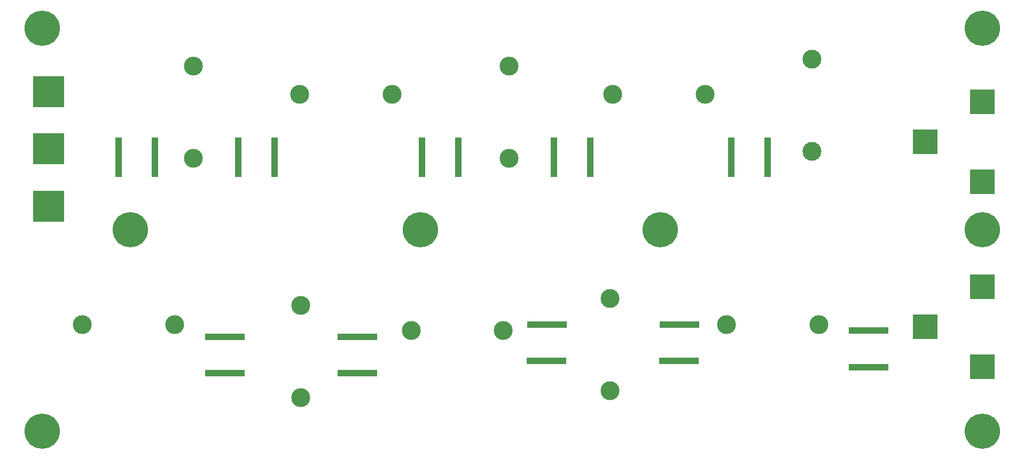
<source format=gbr>
%TF.GenerationSoftware,KiCad,Pcbnew,8.0.5-8.0.5-0~ubuntu24.04.1*%
%TF.CreationDate,2024-10-12T14:50:42+02:00*%
%TF.ProjectId,diplexer,6469706c-6578-4657-922e-6b696361645f,rev?*%
%TF.SameCoordinates,Original*%
%TF.FileFunction,Soldermask,Top*%
%TF.FilePolarity,Negative*%
%FSLAX46Y46*%
G04 Gerber Fmt 4.6, Leading zero omitted, Abs format (unit mm)*
G04 Created by KiCad (PCBNEW 8.0.5-8.0.5-0~ubuntu24.04.1) date 2024-10-12 14:50:42*
%MOMM*%
%LPD*%
G01*
G04 APERTURE LIST*
%ADD10C,3.000000*%
%ADD11R,6.375000X0.980000*%
%ADD12R,0.980000X6.375000*%
%ADD13C,5.600000*%
%ADD14R,4.000000X4.000000*%
%ADD15R,5.000000X5.000000*%
G04 APERTURE END LIST*
D10*
%TO.C,L10*%
X42400000Y-80000000D03*
X57000000Y-80000000D03*
%TD*%
D11*
%TO.C,C6*%
X64987500Y-87780000D03*
X65012500Y-82000000D03*
%TD*%
D12*
%TO.C,C4*%
X117110000Y-53427500D03*
X122890000Y-53452500D03*
%TD*%
D13*
%TO.C,J5*%
X36000000Y-33000000D03*
%TD*%
D10*
%TO.C,L2*%
X76840000Y-43440000D03*
X91440000Y-43440000D03*
%TD*%
D14*
%TO.C,J3*%
X176000000Y-80350000D03*
X185000000Y-74000000D03*
X185000000Y-86700000D03*
%TD*%
D10*
%TO.C,L4*%
X126487500Y-43440000D03*
X141087500Y-43440000D03*
%TD*%
D14*
%TO.C,J2*%
X176000000Y-51000000D03*
X185000000Y-44650000D03*
X185000000Y-57350000D03*
%TD*%
D10*
%TO.C,L6*%
X144487500Y-80000000D03*
X159087500Y-80000000D03*
%TD*%
D13*
%TO.C,J7*%
X185000000Y-33000000D03*
%TD*%
D10*
%TO.C,L7*%
X126000000Y-90512500D03*
X126000000Y-75912500D03*
%TD*%
D12*
%TO.C,C1*%
X48110000Y-53427500D03*
X53890000Y-53452500D03*
%TD*%
D11*
%TO.C,C7*%
X85975000Y-87780000D03*
X86000000Y-82000000D03*
%TD*%
D10*
%TO.C,L9*%
X77000000Y-91600000D03*
X77000000Y-77000000D03*
%TD*%
D13*
%TO.C,J11*%
X185000000Y-65000000D03*
%TD*%
%TO.C,J10*%
X134000000Y-65000000D03*
%TD*%
%TO.C,J8*%
X50000000Y-65000000D03*
%TD*%
D10*
%TO.C,L8*%
X94487500Y-81000000D03*
X109087500Y-81000000D03*
%TD*%
%TO.C,L1*%
X60000000Y-53600000D03*
X60000000Y-39000000D03*
%TD*%
D15*
%TO.C,J1*%
X37000000Y-52110000D03*
X37000000Y-43000000D03*
X37000000Y-61210000D03*
%TD*%
D12*
%TO.C,C5*%
X145220000Y-53427500D03*
X151000000Y-53452500D03*
%TD*%
D11*
%TO.C,C10*%
X166975000Y-86780000D03*
X167000000Y-81000000D03*
%TD*%
D13*
%TO.C,J6*%
X185000000Y-97000000D03*
%TD*%
D12*
%TO.C,C2*%
X67110000Y-53427500D03*
X72890000Y-53452500D03*
%TD*%
D11*
%TO.C,C8*%
X115987500Y-85780000D03*
X116012500Y-80000000D03*
%TD*%
%TO.C,C9*%
X136975000Y-85780000D03*
X137000000Y-80000000D03*
%TD*%
D10*
%TO.C,L5*%
X158000000Y-52512500D03*
X158000000Y-37912500D03*
%TD*%
%TO.C,L3*%
X110000000Y-53600000D03*
X110000000Y-39000000D03*
%TD*%
D12*
%TO.C,C3*%
X96220000Y-53427500D03*
X102000000Y-53452500D03*
%TD*%
D13*
%TO.C,J4*%
X36000000Y-97000000D03*
%TD*%
%TO.C,J9*%
X96000000Y-65000000D03*
%TD*%
M02*

</source>
